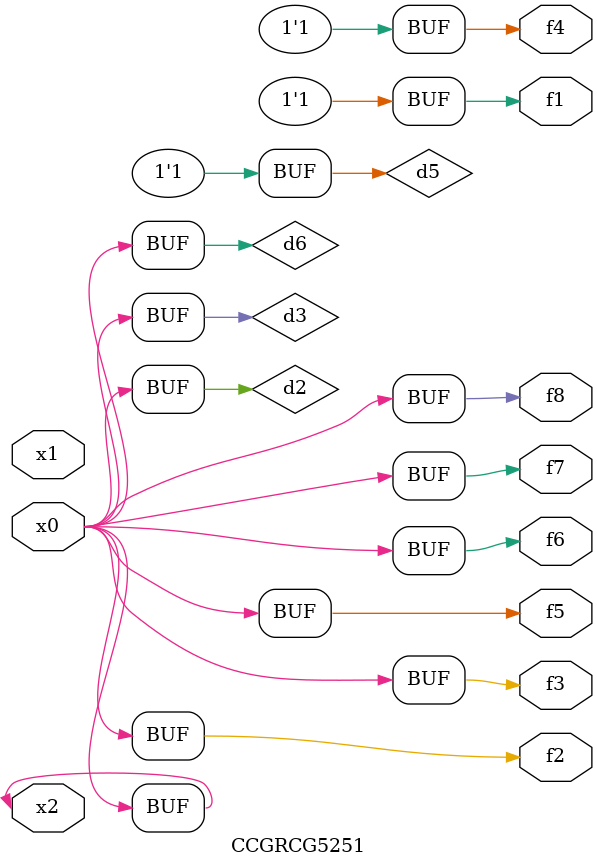
<source format=v>
module CCGRCG5251(
	input x0, x1, x2,
	output f1, f2, f3, f4, f5, f6, f7, f8
);

	wire d1, d2, d3, d4, d5, d6;

	xnor (d1, x2);
	buf (d2, x0, x2);
	and (d3, x0);
	xnor (d4, x1, x2);
	nand (d5, d1, d3);
	buf (d6, d2, d3);
	assign f1 = d5;
	assign f2 = d6;
	assign f3 = d6;
	assign f4 = d5;
	assign f5 = d6;
	assign f6 = d6;
	assign f7 = d6;
	assign f8 = d6;
endmodule

</source>
